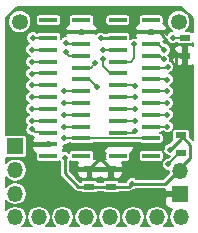
<source format=gbr>
G04 #@! TF.FileFunction,Copper,L4,Bot,Signal*
%FSLAX46Y46*%
G04 Gerber Fmt 4.6, Leading zero omitted, Abs format (unit mm)*
G04 Created by KiCad (PCBNEW 4.0.7) date 05/28/18 09:58:20*
%MOMM*%
%LPD*%
G01*
G04 APERTURE LIST*
%ADD10C,0.100000*%
%ADD11C,1.350000*%
%ADD12O,1.350000X1.350000*%
%ADD13R,1.350000X1.350000*%
%ADD14R,1.500000X0.400000*%
%ADD15R,0.900000X0.500000*%
%ADD16C,0.500000*%
%ADD17C,0.254000*%
%ADD18C,0.203200*%
%ADD19C,0.202000*%
G04 APERTURE END LIST*
D10*
D11*
X155194000Y-96393000D03*
D12*
X145344400Y-112935000D03*
X141344400Y-112935000D03*
X143344400Y-112935000D03*
X147344400Y-112935000D03*
X149344400Y-112935000D03*
X151344400Y-112935000D03*
X153344400Y-112935000D03*
X155344400Y-112935000D03*
D13*
X155321000Y-110972600D03*
D12*
X155321000Y-108972600D03*
D14*
X144158400Y-96256200D03*
X146958400Y-96256200D03*
X146958400Y-107756200D03*
X144158400Y-106756200D03*
X144158400Y-105756200D03*
X144158400Y-104756200D03*
X144158400Y-103756200D03*
X144158400Y-102756200D03*
X144158400Y-101756200D03*
X144158400Y-100756200D03*
X144158400Y-99756200D03*
X144158400Y-98756200D03*
X144158400Y-97756200D03*
X146958400Y-106256200D03*
X146958400Y-105256200D03*
X146958400Y-104256200D03*
X146958400Y-103256200D03*
X146958400Y-102256200D03*
X146958400Y-101256200D03*
X146958400Y-100256200D03*
X146958400Y-99256200D03*
X146958400Y-98256200D03*
X146958400Y-97256200D03*
X144158400Y-107756200D03*
X150051200Y-96256200D03*
X152851200Y-96256200D03*
X152851200Y-107756200D03*
X150051200Y-106756200D03*
X150051200Y-105756200D03*
X150051200Y-104756200D03*
X150051200Y-103756200D03*
X150051200Y-102756200D03*
X150051200Y-101756200D03*
X150051200Y-100756200D03*
X150051200Y-99756200D03*
X150051200Y-98756200D03*
X150051200Y-97756200D03*
X152851200Y-106256200D03*
X152851200Y-105256200D03*
X152851200Y-104256200D03*
X152851200Y-103256200D03*
X152851200Y-102256200D03*
X152851200Y-101256200D03*
X152851200Y-100256200D03*
X152851200Y-99256200D03*
X152851200Y-98256200D03*
X152851200Y-97256200D03*
X150051200Y-107756200D03*
D13*
X141351000Y-106934000D03*
D12*
X141351000Y-108934000D03*
X141351000Y-110934000D03*
D15*
X149453600Y-110351000D03*
X149453600Y-108851000D03*
X147624800Y-110351000D03*
X147624800Y-108851000D03*
X155371800Y-106006200D03*
X155371800Y-107506200D03*
D11*
X141732000Y-96393000D03*
D15*
X155702000Y-99238500D03*
X155702000Y-97738500D03*
D16*
X145542000Y-107873800D03*
X154457400Y-107213400D03*
X151257000Y-110109000D03*
X154940000Y-104775000D03*
X148539200Y-107950000D03*
X151485600Y-106832400D03*
X142748000Y-106756200D03*
X154686000Y-97726500D03*
X142849600Y-97739200D03*
X148590000Y-97790000D03*
X145516600Y-106248200D03*
X142773400Y-105460800D03*
X145516600Y-105257600D03*
X142748000Y-104749600D03*
X145491200Y-104241600D03*
X142748000Y-103759000D03*
X145491200Y-103276400D03*
X142748000Y-102768400D03*
X145516600Y-102260400D03*
X142748000Y-101752400D03*
X142748000Y-100761800D03*
X142748000Y-99771200D03*
X142748000Y-98729800D03*
X145643600Y-98958400D03*
X145643600Y-98171000D03*
X148132800Y-99898200D03*
X148259800Y-101904800D03*
X148742400Y-99491800D03*
X148742400Y-98729800D03*
X151434800Y-98298000D03*
X153974800Y-98755200D03*
X153924000Y-99568000D03*
X154254200Y-100203000D03*
X154228800Y-101269800D03*
X151511000Y-101854000D03*
X154228800Y-102260400D03*
X151511000Y-102768400D03*
X154228800Y-103251000D03*
X151511000Y-103759000D03*
X154228800Y-104241600D03*
X151511000Y-104749600D03*
X154228800Y-105257600D03*
X151511000Y-105664000D03*
X154305000Y-108458000D03*
D17*
X146673000Y-110351000D02*
X147624800Y-110351000D01*
X145542000Y-109220000D02*
X146673000Y-110351000D01*
X145542000Y-107873800D02*
X145542000Y-109220000D01*
D18*
X155321000Y-108972600D02*
X155321000Y-108737400D01*
D17*
X155321000Y-108737400D02*
X156159200Y-107899200D01*
X156159200Y-106793600D02*
X155371800Y-106006200D01*
X156159200Y-107899200D02*
X156159200Y-106793600D01*
X155371800Y-106299000D02*
X155371800Y-106006200D01*
X154457400Y-107213400D02*
X155371800Y-106299000D01*
D18*
X155117800Y-106121200D02*
X155117800Y-106006200D01*
D17*
X149453600Y-110351000D02*
X151015000Y-110351000D01*
X151015000Y-110351000D02*
X151257000Y-110109000D01*
X147624800Y-110351000D02*
X149453600Y-110351000D01*
X154000200Y-110109000D02*
X155136600Y-108972600D01*
X151257000Y-110109000D02*
X153543000Y-110109000D01*
X153543000Y-110109000D02*
X154000200Y-110109000D01*
D18*
X155136600Y-108972600D02*
X155321000Y-108972600D01*
X155702000Y-99238500D02*
X155118500Y-99238500D01*
X155118500Y-99238500D02*
X154940000Y-99060000D01*
D17*
X153593400Y-97256200D02*
X154940000Y-99060000D01*
X154940000Y-99060000D02*
X154940000Y-104775000D01*
X152851200Y-97256200D02*
X153593400Y-97256200D01*
X150051200Y-106756200D02*
X149174200Y-106756200D01*
X148539200Y-107391200D02*
X148539200Y-107950000D01*
X149174200Y-106756200D02*
X148539200Y-107391200D01*
D18*
X149453600Y-108851000D02*
X149440200Y-108851000D01*
D17*
X149440200Y-108851000D02*
X148539200Y-107950000D01*
D18*
X147624800Y-108851000D02*
X147638200Y-108851000D01*
D17*
X147638200Y-108851000D02*
X148539200Y-107950000D01*
D18*
X152851200Y-97256200D02*
X146958400Y-97256200D01*
X150051200Y-106756200D02*
X151409400Y-106756200D01*
X151409400Y-106756200D02*
X151485600Y-106832400D01*
X144158400Y-106756200D02*
X142748000Y-106756200D01*
X155702000Y-97738500D02*
X154698000Y-97738500D01*
X154698000Y-97738500D02*
X154686000Y-97726500D01*
X144158400Y-97756200D02*
X142866600Y-97756200D01*
X142866600Y-97756200D02*
X142849600Y-97739200D01*
D17*
X148623800Y-97756200D02*
X150051200Y-97756200D01*
D18*
X148590000Y-97790000D02*
X148623800Y-97756200D01*
X152851200Y-106256200D02*
X146958400Y-106256200D01*
X146958400Y-106256200D02*
X145524600Y-106256200D01*
X145524600Y-106256200D02*
X145516600Y-106248200D01*
X143052800Y-105740200D02*
X144142400Y-105740200D01*
X142773400Y-105460800D02*
X143052800Y-105740200D01*
X144142400Y-105740200D02*
X144158400Y-105756200D01*
X145518000Y-105256200D02*
X146958400Y-105256200D01*
X145516600Y-105257600D02*
X145518000Y-105256200D01*
X144158400Y-104756200D02*
X142754600Y-104756200D01*
X142754600Y-104756200D02*
X142748000Y-104749600D01*
X145505800Y-104256200D02*
X146958400Y-104256200D01*
X145491200Y-104241600D02*
X145505800Y-104256200D01*
X142750800Y-103756200D02*
X144158400Y-103756200D01*
X142748000Y-103759000D02*
X142750800Y-103756200D01*
X145511400Y-103256200D02*
X146958400Y-103256200D01*
X145491200Y-103276400D02*
X145511400Y-103256200D01*
X142760200Y-102756200D02*
X144158400Y-102756200D01*
X142748000Y-102768400D02*
X142760200Y-102756200D01*
X145520800Y-102256200D02*
X146958400Y-102256200D01*
X145516600Y-102260400D02*
X145520800Y-102256200D01*
X142751800Y-101756200D02*
X144158400Y-101756200D01*
X142748000Y-101752400D02*
X142751800Y-101756200D01*
X144158400Y-100756200D02*
X142753600Y-100756200D01*
X142753600Y-100756200D02*
X142748000Y-100761800D01*
X142763000Y-99756200D02*
X144158400Y-99756200D01*
X142748000Y-99771200D02*
X142763000Y-99756200D01*
X142774400Y-98756200D02*
X144158400Y-98756200D01*
X142748000Y-98729800D02*
X142774400Y-98756200D01*
X145941400Y-99256200D02*
X146958400Y-99256200D01*
X145643600Y-98958400D02*
X145941400Y-99256200D01*
X145728800Y-98256200D02*
X146958400Y-98256200D01*
X145643600Y-98171000D02*
X145728800Y-98256200D01*
X146958400Y-100256200D02*
X147774800Y-100256200D01*
X147774800Y-100256200D02*
X148132800Y-99898200D01*
X148259800Y-101904800D02*
X147611200Y-101256200D01*
X147611200Y-101256200D02*
X146958400Y-101256200D01*
X148742400Y-100152200D02*
X149346400Y-100756200D01*
X148742400Y-99491800D02*
X148742400Y-100152200D01*
X149346400Y-100756200D02*
X150051200Y-100756200D01*
X148768800Y-98756200D02*
X150051200Y-98756200D01*
X148742400Y-98729800D02*
X148768800Y-98756200D01*
X151145000Y-99756200D02*
X150051200Y-99756200D01*
X151434800Y-99466400D02*
X151145000Y-99756200D01*
X151434800Y-98298000D02*
X151434800Y-99466400D01*
X153974800Y-98755200D02*
X153475800Y-98256200D01*
X153475800Y-98256200D02*
X152851200Y-98256200D01*
X153612200Y-99256200D02*
X152851200Y-99256200D01*
X153924000Y-99568000D02*
X153612200Y-99256200D01*
X154201000Y-100256200D02*
X152851200Y-100256200D01*
X154254200Y-100203000D02*
X154201000Y-100256200D01*
X152851200Y-101256200D02*
X154215200Y-101256200D01*
X154215200Y-101256200D02*
X154228800Y-101269800D01*
X151413200Y-101756200D02*
X150051200Y-101756200D01*
X151511000Y-101854000D02*
X151413200Y-101756200D01*
X154224600Y-102256200D02*
X152851200Y-102256200D01*
X154228800Y-102260400D02*
X154224600Y-102256200D01*
X151498800Y-102756200D02*
X150051200Y-102756200D01*
X151511000Y-102768400D02*
X151498800Y-102756200D01*
X154223600Y-103256200D02*
X152851200Y-103256200D01*
X154228800Y-103251000D02*
X154223600Y-103256200D01*
X151508200Y-103756200D02*
X150051200Y-103756200D01*
X151511000Y-103759000D02*
X151508200Y-103756200D01*
X154214200Y-104256200D02*
X152851200Y-104256200D01*
X154228800Y-104241600D02*
X154214200Y-104256200D01*
X151504400Y-104756200D02*
X150051200Y-104756200D01*
X151511000Y-104749600D02*
X151504400Y-104756200D01*
X154227400Y-105256200D02*
X152851200Y-105256200D01*
X154228800Y-105257600D02*
X154227400Y-105256200D01*
X150051200Y-105756200D02*
X151418800Y-105756200D01*
X151418800Y-105756200D02*
X151511000Y-105664000D01*
X155371800Y-107506200D02*
X155256800Y-107506200D01*
X155256800Y-107506200D02*
X154305000Y-108458000D01*
D19*
G36*
X156363000Y-96053836D02*
X156363000Y-97265949D01*
X156272193Y-97203904D01*
X156152000Y-97179564D01*
X155790371Y-97179564D01*
X156022624Y-96947716D01*
X156171830Y-96588390D01*
X156172169Y-96199317D01*
X156023591Y-95839731D01*
X155748716Y-95564376D01*
X155389390Y-95415170D01*
X155000317Y-95414831D01*
X154640731Y-95563409D01*
X154365376Y-95838284D01*
X154216170Y-96197610D01*
X154215831Y-96586683D01*
X154364409Y-96946269D01*
X154591161Y-97173417D01*
X154576484Y-97173404D01*
X154373160Y-97257416D01*
X154217463Y-97412842D01*
X154187280Y-97485530D01*
X154057950Y-97356200D01*
X153004200Y-97356200D01*
X153004200Y-97429200D01*
X152698200Y-97429200D01*
X152698200Y-97356200D01*
X151644450Y-97356200D01*
X151492200Y-97508450D01*
X151492200Y-97577338D01*
X151565096Y-97753324D01*
X151545281Y-97745096D01*
X151325284Y-97744904D01*
X151121960Y-97828916D01*
X151110136Y-97840719D01*
X151110136Y-97556200D01*
X151089008Y-97443915D01*
X151022648Y-97340788D01*
X150921393Y-97271604D01*
X150801200Y-97247264D01*
X149301200Y-97247264D01*
X149188915Y-97268392D01*
X149099078Y-97326200D01*
X148908387Y-97326200D01*
X148903658Y-97321463D01*
X148700481Y-97237096D01*
X148480484Y-97236904D01*
X148277160Y-97320916D01*
X148203449Y-97394499D01*
X148165150Y-97356200D01*
X147111400Y-97356200D01*
X147111400Y-97429200D01*
X146805400Y-97429200D01*
X146805400Y-97356200D01*
X145751650Y-97356200D01*
X145599400Y-97508450D01*
X145599400Y-97577338D01*
X145616233Y-97617976D01*
X145534084Y-97617904D01*
X145330760Y-97701916D01*
X145217336Y-97815143D01*
X145217336Y-97556200D01*
X145196208Y-97443915D01*
X145129848Y-97340788D01*
X145028593Y-97271604D01*
X144908400Y-97247264D01*
X143408400Y-97247264D01*
X143296115Y-97268392D01*
X143213841Y-97321334D01*
X143163258Y-97270663D01*
X142960081Y-97186296D01*
X142740084Y-97186104D01*
X142536760Y-97270116D01*
X142381063Y-97425542D01*
X142296696Y-97628719D01*
X142296504Y-97848716D01*
X142380516Y-98052040D01*
X142535942Y-98207737D01*
X142549626Y-98213419D01*
X142435160Y-98260716D01*
X142279463Y-98416142D01*
X142195096Y-98619319D01*
X142194904Y-98839316D01*
X142278916Y-99042640D01*
X142434342Y-99198337D01*
X142560022Y-99250524D01*
X142435160Y-99302116D01*
X142279463Y-99457542D01*
X142195096Y-99660719D01*
X142194904Y-99880716D01*
X142278916Y-100084040D01*
X142434342Y-100239737D01*
X142498701Y-100266461D01*
X142435160Y-100292716D01*
X142279463Y-100448142D01*
X142195096Y-100651319D01*
X142194904Y-100871316D01*
X142278916Y-101074640D01*
X142434342Y-101230337D01*
X142498701Y-101257061D01*
X142435160Y-101283316D01*
X142279463Y-101438742D01*
X142195096Y-101641919D01*
X142194904Y-101861916D01*
X142278916Y-102065240D01*
X142434342Y-102220937D01*
X142529361Y-102260393D01*
X142435160Y-102299316D01*
X142279463Y-102454742D01*
X142195096Y-102657919D01*
X142194904Y-102877916D01*
X142278916Y-103081240D01*
X142434342Y-103236937D01*
X142498701Y-103263661D01*
X142435160Y-103289916D01*
X142279463Y-103445342D01*
X142195096Y-103648519D01*
X142194904Y-103868516D01*
X142278916Y-104071840D01*
X142434342Y-104227537D01*
X142498701Y-104254261D01*
X142435160Y-104280516D01*
X142279463Y-104435942D01*
X142195096Y-104639119D01*
X142194904Y-104859116D01*
X142278916Y-105062440D01*
X142334218Y-105117838D01*
X142304863Y-105147142D01*
X142220496Y-105350319D01*
X142220304Y-105570316D01*
X142304316Y-105773640D01*
X142459742Y-105929337D01*
X142662919Y-106013704D01*
X142754193Y-106013784D01*
X142766704Y-106026295D01*
X142867082Y-106093366D01*
X142897966Y-106114002D01*
X142974182Y-106129162D01*
X142892115Y-106211229D01*
X142799400Y-106435062D01*
X142799400Y-106503950D01*
X142951650Y-106656200D01*
X144005400Y-106656200D01*
X144005400Y-106583200D01*
X144311400Y-106583200D01*
X144311400Y-106656200D01*
X144331400Y-106656200D01*
X144331400Y-106856200D01*
X144311400Y-106856200D01*
X144311400Y-106929200D01*
X144005400Y-106929200D01*
X144005400Y-106856200D01*
X142951650Y-106856200D01*
X142799400Y-107008450D01*
X142799400Y-107077338D01*
X142892115Y-107301171D01*
X143063429Y-107472486D01*
X143112316Y-107492735D01*
X143099464Y-107556200D01*
X143099464Y-107956200D01*
X143120592Y-108068485D01*
X143186952Y-108171612D01*
X143288207Y-108240796D01*
X143408400Y-108265136D01*
X144908400Y-108265136D01*
X145020685Y-108244008D01*
X145087357Y-108201106D01*
X145112000Y-108225792D01*
X145112000Y-109220000D01*
X145144732Y-109384554D01*
X145237944Y-109524056D01*
X146368944Y-110655056D01*
X146508446Y-110748268D01*
X146673000Y-110781000D01*
X146930565Y-110781000D01*
X146953352Y-110816412D01*
X147054607Y-110885596D01*
X147174800Y-110909936D01*
X148074800Y-110909936D01*
X148187085Y-110888808D01*
X148290212Y-110822448D01*
X148318532Y-110781000D01*
X148759365Y-110781000D01*
X148782152Y-110816412D01*
X148883407Y-110885596D01*
X149003600Y-110909936D01*
X149903600Y-110909936D01*
X150015885Y-110888808D01*
X150119012Y-110822448D01*
X150147332Y-110781000D01*
X151015000Y-110781000D01*
X151179554Y-110748268D01*
X151308596Y-110662045D01*
X151366516Y-110662096D01*
X151569840Y-110578084D01*
X151608992Y-110539000D01*
X154000200Y-110539000D01*
X154037000Y-110531680D01*
X154037000Y-110667350D01*
X154189250Y-110819600D01*
X155168000Y-110819600D01*
X155168000Y-110799600D01*
X155474000Y-110799600D01*
X155474000Y-110819600D01*
X155494000Y-110819600D01*
X155494000Y-111125600D01*
X155474000Y-111125600D01*
X155474000Y-111145600D01*
X155168000Y-111145600D01*
X155168000Y-111125600D01*
X154189250Y-111125600D01*
X154037000Y-111277850D01*
X154037000Y-111768737D01*
X154129714Y-111992571D01*
X154301029Y-112163885D01*
X154524862Y-112256600D01*
X154624903Y-112256600D01*
X154421686Y-112560736D01*
X154347240Y-112935000D01*
X154421686Y-113309264D01*
X154633690Y-113626550D01*
X154730146Y-113691000D01*
X153958654Y-113691000D01*
X154055110Y-113626550D01*
X154267114Y-113309264D01*
X154341560Y-112935000D01*
X154267114Y-112560736D01*
X154055110Y-112243450D01*
X153737824Y-112031446D01*
X153363560Y-111957000D01*
X153325240Y-111957000D01*
X152950976Y-112031446D01*
X152633690Y-112243450D01*
X152421686Y-112560736D01*
X152347240Y-112935000D01*
X152421686Y-113309264D01*
X152633690Y-113626550D01*
X152730146Y-113691000D01*
X151958654Y-113691000D01*
X152055110Y-113626550D01*
X152267114Y-113309264D01*
X152341560Y-112935000D01*
X152267114Y-112560736D01*
X152055110Y-112243450D01*
X151737824Y-112031446D01*
X151363560Y-111957000D01*
X151325240Y-111957000D01*
X150950976Y-112031446D01*
X150633690Y-112243450D01*
X150421686Y-112560736D01*
X150347240Y-112935000D01*
X150421686Y-113309264D01*
X150633690Y-113626550D01*
X150730146Y-113691000D01*
X149958654Y-113691000D01*
X150055110Y-113626550D01*
X150267114Y-113309264D01*
X150341560Y-112935000D01*
X150267114Y-112560736D01*
X150055110Y-112243450D01*
X149737824Y-112031446D01*
X149363560Y-111957000D01*
X149325240Y-111957000D01*
X148950976Y-112031446D01*
X148633690Y-112243450D01*
X148421686Y-112560736D01*
X148347240Y-112935000D01*
X148421686Y-113309264D01*
X148633690Y-113626550D01*
X148730146Y-113691000D01*
X147958654Y-113691000D01*
X148055110Y-113626550D01*
X148267114Y-113309264D01*
X148341560Y-112935000D01*
X148267114Y-112560736D01*
X148055110Y-112243450D01*
X147737824Y-112031446D01*
X147363560Y-111957000D01*
X147325240Y-111957000D01*
X146950976Y-112031446D01*
X146633690Y-112243450D01*
X146421686Y-112560736D01*
X146347240Y-112935000D01*
X146421686Y-113309264D01*
X146633690Y-113626550D01*
X146730146Y-113691000D01*
X145958654Y-113691000D01*
X146055110Y-113626550D01*
X146267114Y-113309264D01*
X146341560Y-112935000D01*
X146267114Y-112560736D01*
X146055110Y-112243450D01*
X145737824Y-112031446D01*
X145363560Y-111957000D01*
X145325240Y-111957000D01*
X144950976Y-112031446D01*
X144633690Y-112243450D01*
X144421686Y-112560736D01*
X144347240Y-112935000D01*
X144421686Y-113309264D01*
X144633690Y-113626550D01*
X144730146Y-113691000D01*
X143958654Y-113691000D01*
X144055110Y-113626550D01*
X144267114Y-113309264D01*
X144341560Y-112935000D01*
X144267114Y-112560736D01*
X144055110Y-112243450D01*
X143737824Y-112031446D01*
X143363560Y-111957000D01*
X143325240Y-111957000D01*
X142950976Y-112031446D01*
X142633690Y-112243450D01*
X142421686Y-112560736D01*
X142347240Y-112935000D01*
X142421686Y-113309264D01*
X142633690Y-113626550D01*
X142730146Y-113691000D01*
X141958654Y-113691000D01*
X142055110Y-113626550D01*
X142267114Y-113309264D01*
X142341560Y-112935000D01*
X142267114Y-112560736D01*
X142055110Y-112243450D01*
X141737824Y-112031446D01*
X141363560Y-111957000D01*
X141325240Y-111957000D01*
X140950976Y-112031446D01*
X140633690Y-112243450D01*
X140563000Y-112349245D01*
X140563000Y-111509877D01*
X140640290Y-111625550D01*
X140957576Y-111837554D01*
X141331840Y-111912000D01*
X141370160Y-111912000D01*
X141744424Y-111837554D01*
X142061710Y-111625550D01*
X142273714Y-111308264D01*
X142348160Y-110934000D01*
X142273714Y-110559736D01*
X142061710Y-110242450D01*
X141744424Y-110030446D01*
X141370160Y-109956000D01*
X141331840Y-109956000D01*
X140957576Y-110030446D01*
X140640290Y-110242450D01*
X140563000Y-110358123D01*
X140563000Y-109509877D01*
X140640290Y-109625550D01*
X140957576Y-109837554D01*
X141331840Y-109912000D01*
X141370160Y-109912000D01*
X141744424Y-109837554D01*
X142061710Y-109625550D01*
X142273714Y-109308264D01*
X142348160Y-108934000D01*
X142273714Y-108559736D01*
X142061710Y-108242450D01*
X141744424Y-108030446D01*
X141370160Y-107956000D01*
X141331840Y-107956000D01*
X140957576Y-108030446D01*
X140640290Y-108242450D01*
X140563000Y-108358123D01*
X140563000Y-107895053D01*
X140676000Y-107917936D01*
X142026000Y-107917936D01*
X142138285Y-107896808D01*
X142241412Y-107830448D01*
X142310596Y-107729193D01*
X142334936Y-107609000D01*
X142334936Y-106259000D01*
X142313808Y-106146715D01*
X142247448Y-106043588D01*
X142146193Y-105974404D01*
X142026000Y-105950064D01*
X140676000Y-105950064D01*
X140563715Y-105971192D01*
X140563000Y-105971652D01*
X140563000Y-96586683D01*
X140753831Y-96586683D01*
X140902409Y-96946269D01*
X141177284Y-97221624D01*
X141536610Y-97370830D01*
X141925683Y-97371169D01*
X142285269Y-97222591D01*
X142560624Y-96947716D01*
X142565878Y-96935062D01*
X145599400Y-96935062D01*
X145599400Y-97003950D01*
X145751650Y-97156200D01*
X146805400Y-97156200D01*
X146805400Y-97083200D01*
X147111400Y-97083200D01*
X147111400Y-97156200D01*
X148165150Y-97156200D01*
X148317400Y-97003950D01*
X148317400Y-96935062D01*
X151492200Y-96935062D01*
X151492200Y-97003950D01*
X151644450Y-97156200D01*
X152698200Y-97156200D01*
X152698200Y-97083200D01*
X153004200Y-97083200D01*
X153004200Y-97156200D01*
X154057950Y-97156200D01*
X154210200Y-97003950D01*
X154210200Y-96935062D01*
X154117485Y-96711229D01*
X153946171Y-96539914D01*
X153897284Y-96519665D01*
X153910136Y-96456200D01*
X153910136Y-96056200D01*
X153889008Y-95943915D01*
X153822648Y-95840788D01*
X153721393Y-95771604D01*
X153601200Y-95747264D01*
X152101200Y-95747264D01*
X151988915Y-95768392D01*
X151885788Y-95834752D01*
X151816604Y-95936007D01*
X151792264Y-96056200D01*
X151792264Y-96456200D01*
X151804272Y-96520014D01*
X151756229Y-96539914D01*
X151584915Y-96711229D01*
X151492200Y-96935062D01*
X148317400Y-96935062D01*
X148224685Y-96711229D01*
X148053371Y-96539914D01*
X148004484Y-96519665D01*
X148017336Y-96456200D01*
X148017336Y-96056200D01*
X148992264Y-96056200D01*
X148992264Y-96456200D01*
X149013392Y-96568485D01*
X149079752Y-96671612D01*
X149181007Y-96740796D01*
X149301200Y-96765136D01*
X150801200Y-96765136D01*
X150913485Y-96744008D01*
X151016612Y-96677648D01*
X151085796Y-96576393D01*
X151110136Y-96456200D01*
X151110136Y-96056200D01*
X151089008Y-95943915D01*
X151022648Y-95840788D01*
X150921393Y-95771604D01*
X150801200Y-95747264D01*
X149301200Y-95747264D01*
X149188915Y-95768392D01*
X149085788Y-95834752D01*
X149016604Y-95936007D01*
X148992264Y-96056200D01*
X148017336Y-96056200D01*
X147996208Y-95943915D01*
X147929848Y-95840788D01*
X147828593Y-95771604D01*
X147708400Y-95747264D01*
X146208400Y-95747264D01*
X146096115Y-95768392D01*
X145992988Y-95834752D01*
X145923804Y-95936007D01*
X145899464Y-96056200D01*
X145899464Y-96456200D01*
X145911472Y-96520014D01*
X145863429Y-96539914D01*
X145692115Y-96711229D01*
X145599400Y-96935062D01*
X142565878Y-96935062D01*
X142709830Y-96588390D01*
X142710169Y-96199317D01*
X142651035Y-96056200D01*
X143099464Y-96056200D01*
X143099464Y-96456200D01*
X143120592Y-96568485D01*
X143186952Y-96671612D01*
X143288207Y-96740796D01*
X143408400Y-96765136D01*
X144908400Y-96765136D01*
X145020685Y-96744008D01*
X145123812Y-96677648D01*
X145192996Y-96576393D01*
X145217336Y-96456200D01*
X145217336Y-96056200D01*
X145196208Y-95943915D01*
X145129848Y-95840788D01*
X145028593Y-95771604D01*
X144908400Y-95747264D01*
X143408400Y-95747264D01*
X143296115Y-95768392D01*
X143192988Y-95834752D01*
X143123804Y-95936007D01*
X143099464Y-96056200D01*
X142651035Y-96056200D01*
X142561591Y-95839731D01*
X142286716Y-95564376D01*
X141927390Y-95415170D01*
X141538317Y-95414831D01*
X141178731Y-95563409D01*
X140903376Y-95838284D01*
X140754170Y-96197610D01*
X140753831Y-96586683D01*
X140563000Y-96586683D01*
X140563000Y-96053836D01*
X141519836Y-95097000D01*
X155406164Y-95097000D01*
X156363000Y-96053836D01*
X156363000Y-96053836D01*
G37*
X156363000Y-96053836D02*
X156363000Y-97265949D01*
X156272193Y-97203904D01*
X156152000Y-97179564D01*
X155790371Y-97179564D01*
X156022624Y-96947716D01*
X156171830Y-96588390D01*
X156172169Y-96199317D01*
X156023591Y-95839731D01*
X155748716Y-95564376D01*
X155389390Y-95415170D01*
X155000317Y-95414831D01*
X154640731Y-95563409D01*
X154365376Y-95838284D01*
X154216170Y-96197610D01*
X154215831Y-96586683D01*
X154364409Y-96946269D01*
X154591161Y-97173417D01*
X154576484Y-97173404D01*
X154373160Y-97257416D01*
X154217463Y-97412842D01*
X154187280Y-97485530D01*
X154057950Y-97356200D01*
X153004200Y-97356200D01*
X153004200Y-97429200D01*
X152698200Y-97429200D01*
X152698200Y-97356200D01*
X151644450Y-97356200D01*
X151492200Y-97508450D01*
X151492200Y-97577338D01*
X151565096Y-97753324D01*
X151545281Y-97745096D01*
X151325284Y-97744904D01*
X151121960Y-97828916D01*
X151110136Y-97840719D01*
X151110136Y-97556200D01*
X151089008Y-97443915D01*
X151022648Y-97340788D01*
X150921393Y-97271604D01*
X150801200Y-97247264D01*
X149301200Y-97247264D01*
X149188915Y-97268392D01*
X149099078Y-97326200D01*
X148908387Y-97326200D01*
X148903658Y-97321463D01*
X148700481Y-97237096D01*
X148480484Y-97236904D01*
X148277160Y-97320916D01*
X148203449Y-97394499D01*
X148165150Y-97356200D01*
X147111400Y-97356200D01*
X147111400Y-97429200D01*
X146805400Y-97429200D01*
X146805400Y-97356200D01*
X145751650Y-97356200D01*
X145599400Y-97508450D01*
X145599400Y-97577338D01*
X145616233Y-97617976D01*
X145534084Y-97617904D01*
X145330760Y-97701916D01*
X145217336Y-97815143D01*
X145217336Y-97556200D01*
X145196208Y-97443915D01*
X145129848Y-97340788D01*
X145028593Y-97271604D01*
X144908400Y-97247264D01*
X143408400Y-97247264D01*
X143296115Y-97268392D01*
X143213841Y-97321334D01*
X143163258Y-97270663D01*
X142960081Y-97186296D01*
X142740084Y-97186104D01*
X142536760Y-97270116D01*
X142381063Y-97425542D01*
X142296696Y-97628719D01*
X142296504Y-97848716D01*
X142380516Y-98052040D01*
X142535942Y-98207737D01*
X142549626Y-98213419D01*
X142435160Y-98260716D01*
X142279463Y-98416142D01*
X142195096Y-98619319D01*
X142194904Y-98839316D01*
X142278916Y-99042640D01*
X142434342Y-99198337D01*
X142560022Y-99250524D01*
X142435160Y-99302116D01*
X142279463Y-99457542D01*
X142195096Y-99660719D01*
X142194904Y-99880716D01*
X142278916Y-100084040D01*
X142434342Y-100239737D01*
X142498701Y-100266461D01*
X142435160Y-100292716D01*
X142279463Y-100448142D01*
X142195096Y-100651319D01*
X142194904Y-100871316D01*
X142278916Y-101074640D01*
X142434342Y-101230337D01*
X142498701Y-101257061D01*
X142435160Y-101283316D01*
X142279463Y-101438742D01*
X142195096Y-101641919D01*
X142194904Y-101861916D01*
X142278916Y-102065240D01*
X142434342Y-102220937D01*
X142529361Y-102260393D01*
X142435160Y-102299316D01*
X142279463Y-102454742D01*
X142195096Y-102657919D01*
X142194904Y-102877916D01*
X142278916Y-103081240D01*
X142434342Y-103236937D01*
X142498701Y-103263661D01*
X142435160Y-103289916D01*
X142279463Y-103445342D01*
X142195096Y-103648519D01*
X142194904Y-103868516D01*
X142278916Y-104071840D01*
X142434342Y-104227537D01*
X142498701Y-104254261D01*
X142435160Y-104280516D01*
X142279463Y-104435942D01*
X142195096Y-104639119D01*
X142194904Y-104859116D01*
X142278916Y-105062440D01*
X142334218Y-105117838D01*
X142304863Y-105147142D01*
X142220496Y-105350319D01*
X142220304Y-105570316D01*
X142304316Y-105773640D01*
X142459742Y-105929337D01*
X142662919Y-106013704D01*
X142754193Y-106013784D01*
X142766704Y-106026295D01*
X142867082Y-106093366D01*
X142897966Y-106114002D01*
X142974182Y-106129162D01*
X142892115Y-106211229D01*
X142799400Y-106435062D01*
X142799400Y-106503950D01*
X142951650Y-106656200D01*
X144005400Y-106656200D01*
X144005400Y-106583200D01*
X144311400Y-106583200D01*
X144311400Y-106656200D01*
X144331400Y-106656200D01*
X144331400Y-106856200D01*
X144311400Y-106856200D01*
X144311400Y-106929200D01*
X144005400Y-106929200D01*
X144005400Y-106856200D01*
X142951650Y-106856200D01*
X142799400Y-107008450D01*
X142799400Y-107077338D01*
X142892115Y-107301171D01*
X143063429Y-107472486D01*
X143112316Y-107492735D01*
X143099464Y-107556200D01*
X143099464Y-107956200D01*
X143120592Y-108068485D01*
X143186952Y-108171612D01*
X143288207Y-108240796D01*
X143408400Y-108265136D01*
X144908400Y-108265136D01*
X145020685Y-108244008D01*
X145087357Y-108201106D01*
X145112000Y-108225792D01*
X145112000Y-109220000D01*
X145144732Y-109384554D01*
X145237944Y-109524056D01*
X146368944Y-110655056D01*
X146508446Y-110748268D01*
X146673000Y-110781000D01*
X146930565Y-110781000D01*
X146953352Y-110816412D01*
X147054607Y-110885596D01*
X147174800Y-110909936D01*
X148074800Y-110909936D01*
X148187085Y-110888808D01*
X148290212Y-110822448D01*
X148318532Y-110781000D01*
X148759365Y-110781000D01*
X148782152Y-110816412D01*
X148883407Y-110885596D01*
X149003600Y-110909936D01*
X149903600Y-110909936D01*
X150015885Y-110888808D01*
X150119012Y-110822448D01*
X150147332Y-110781000D01*
X151015000Y-110781000D01*
X151179554Y-110748268D01*
X151308596Y-110662045D01*
X151366516Y-110662096D01*
X151569840Y-110578084D01*
X151608992Y-110539000D01*
X154000200Y-110539000D01*
X154037000Y-110531680D01*
X154037000Y-110667350D01*
X154189250Y-110819600D01*
X155168000Y-110819600D01*
X155168000Y-110799600D01*
X155474000Y-110799600D01*
X155474000Y-110819600D01*
X155494000Y-110819600D01*
X155494000Y-111125600D01*
X155474000Y-111125600D01*
X155474000Y-111145600D01*
X155168000Y-111145600D01*
X155168000Y-111125600D01*
X154189250Y-111125600D01*
X154037000Y-111277850D01*
X154037000Y-111768737D01*
X154129714Y-111992571D01*
X154301029Y-112163885D01*
X154524862Y-112256600D01*
X154624903Y-112256600D01*
X154421686Y-112560736D01*
X154347240Y-112935000D01*
X154421686Y-113309264D01*
X154633690Y-113626550D01*
X154730146Y-113691000D01*
X153958654Y-113691000D01*
X154055110Y-113626550D01*
X154267114Y-113309264D01*
X154341560Y-112935000D01*
X154267114Y-112560736D01*
X154055110Y-112243450D01*
X153737824Y-112031446D01*
X153363560Y-111957000D01*
X153325240Y-111957000D01*
X152950976Y-112031446D01*
X152633690Y-112243450D01*
X152421686Y-112560736D01*
X152347240Y-112935000D01*
X152421686Y-113309264D01*
X152633690Y-113626550D01*
X152730146Y-113691000D01*
X151958654Y-113691000D01*
X152055110Y-113626550D01*
X152267114Y-113309264D01*
X152341560Y-112935000D01*
X152267114Y-112560736D01*
X152055110Y-112243450D01*
X151737824Y-112031446D01*
X151363560Y-111957000D01*
X151325240Y-111957000D01*
X150950976Y-112031446D01*
X150633690Y-112243450D01*
X150421686Y-112560736D01*
X150347240Y-112935000D01*
X150421686Y-113309264D01*
X150633690Y-113626550D01*
X150730146Y-113691000D01*
X149958654Y-113691000D01*
X150055110Y-113626550D01*
X150267114Y-113309264D01*
X150341560Y-112935000D01*
X150267114Y-112560736D01*
X150055110Y-112243450D01*
X149737824Y-112031446D01*
X149363560Y-111957000D01*
X149325240Y-111957000D01*
X148950976Y-112031446D01*
X148633690Y-112243450D01*
X148421686Y-112560736D01*
X148347240Y-112935000D01*
X148421686Y-113309264D01*
X148633690Y-113626550D01*
X148730146Y-113691000D01*
X147958654Y-113691000D01*
X148055110Y-113626550D01*
X148267114Y-113309264D01*
X148341560Y-112935000D01*
X148267114Y-112560736D01*
X148055110Y-112243450D01*
X147737824Y-112031446D01*
X147363560Y-111957000D01*
X147325240Y-111957000D01*
X146950976Y-112031446D01*
X146633690Y-112243450D01*
X146421686Y-112560736D01*
X146347240Y-112935000D01*
X146421686Y-113309264D01*
X146633690Y-113626550D01*
X146730146Y-113691000D01*
X145958654Y-113691000D01*
X146055110Y-113626550D01*
X146267114Y-113309264D01*
X146341560Y-112935000D01*
X146267114Y-112560736D01*
X146055110Y-112243450D01*
X145737824Y-112031446D01*
X145363560Y-111957000D01*
X145325240Y-111957000D01*
X144950976Y-112031446D01*
X144633690Y-112243450D01*
X144421686Y-112560736D01*
X144347240Y-112935000D01*
X144421686Y-113309264D01*
X144633690Y-113626550D01*
X144730146Y-113691000D01*
X143958654Y-113691000D01*
X144055110Y-113626550D01*
X144267114Y-113309264D01*
X144341560Y-112935000D01*
X144267114Y-112560736D01*
X144055110Y-112243450D01*
X143737824Y-112031446D01*
X143363560Y-111957000D01*
X143325240Y-111957000D01*
X142950976Y-112031446D01*
X142633690Y-112243450D01*
X142421686Y-112560736D01*
X142347240Y-112935000D01*
X142421686Y-113309264D01*
X142633690Y-113626550D01*
X142730146Y-113691000D01*
X141958654Y-113691000D01*
X142055110Y-113626550D01*
X142267114Y-113309264D01*
X142341560Y-112935000D01*
X142267114Y-112560736D01*
X142055110Y-112243450D01*
X141737824Y-112031446D01*
X141363560Y-111957000D01*
X141325240Y-111957000D01*
X140950976Y-112031446D01*
X140633690Y-112243450D01*
X140563000Y-112349245D01*
X140563000Y-111509877D01*
X140640290Y-111625550D01*
X140957576Y-111837554D01*
X141331840Y-111912000D01*
X141370160Y-111912000D01*
X141744424Y-111837554D01*
X142061710Y-111625550D01*
X142273714Y-111308264D01*
X142348160Y-110934000D01*
X142273714Y-110559736D01*
X142061710Y-110242450D01*
X141744424Y-110030446D01*
X141370160Y-109956000D01*
X141331840Y-109956000D01*
X140957576Y-110030446D01*
X140640290Y-110242450D01*
X140563000Y-110358123D01*
X140563000Y-109509877D01*
X140640290Y-109625550D01*
X140957576Y-109837554D01*
X141331840Y-109912000D01*
X141370160Y-109912000D01*
X141744424Y-109837554D01*
X142061710Y-109625550D01*
X142273714Y-109308264D01*
X142348160Y-108934000D01*
X142273714Y-108559736D01*
X142061710Y-108242450D01*
X141744424Y-108030446D01*
X141370160Y-107956000D01*
X141331840Y-107956000D01*
X140957576Y-108030446D01*
X140640290Y-108242450D01*
X140563000Y-108358123D01*
X140563000Y-107895053D01*
X140676000Y-107917936D01*
X142026000Y-107917936D01*
X142138285Y-107896808D01*
X142241412Y-107830448D01*
X142310596Y-107729193D01*
X142334936Y-107609000D01*
X142334936Y-106259000D01*
X142313808Y-106146715D01*
X142247448Y-106043588D01*
X142146193Y-105974404D01*
X142026000Y-105950064D01*
X140676000Y-105950064D01*
X140563715Y-105971192D01*
X140563000Y-105971652D01*
X140563000Y-96586683D01*
X140753831Y-96586683D01*
X140902409Y-96946269D01*
X141177284Y-97221624D01*
X141536610Y-97370830D01*
X141925683Y-97371169D01*
X142285269Y-97222591D01*
X142560624Y-96947716D01*
X142565878Y-96935062D01*
X145599400Y-96935062D01*
X145599400Y-97003950D01*
X145751650Y-97156200D01*
X146805400Y-97156200D01*
X146805400Y-97083200D01*
X147111400Y-97083200D01*
X147111400Y-97156200D01*
X148165150Y-97156200D01*
X148317400Y-97003950D01*
X148317400Y-96935062D01*
X151492200Y-96935062D01*
X151492200Y-97003950D01*
X151644450Y-97156200D01*
X152698200Y-97156200D01*
X152698200Y-97083200D01*
X153004200Y-97083200D01*
X153004200Y-97156200D01*
X154057950Y-97156200D01*
X154210200Y-97003950D01*
X154210200Y-96935062D01*
X154117485Y-96711229D01*
X153946171Y-96539914D01*
X153897284Y-96519665D01*
X153910136Y-96456200D01*
X153910136Y-96056200D01*
X153889008Y-95943915D01*
X153822648Y-95840788D01*
X153721393Y-95771604D01*
X153601200Y-95747264D01*
X152101200Y-95747264D01*
X151988915Y-95768392D01*
X151885788Y-95834752D01*
X151816604Y-95936007D01*
X151792264Y-96056200D01*
X151792264Y-96456200D01*
X151804272Y-96520014D01*
X151756229Y-96539914D01*
X151584915Y-96711229D01*
X151492200Y-96935062D01*
X148317400Y-96935062D01*
X148224685Y-96711229D01*
X148053371Y-96539914D01*
X148004484Y-96519665D01*
X148017336Y-96456200D01*
X148017336Y-96056200D01*
X148992264Y-96056200D01*
X148992264Y-96456200D01*
X149013392Y-96568485D01*
X149079752Y-96671612D01*
X149181007Y-96740796D01*
X149301200Y-96765136D01*
X150801200Y-96765136D01*
X150913485Y-96744008D01*
X151016612Y-96677648D01*
X151085796Y-96576393D01*
X151110136Y-96456200D01*
X151110136Y-96056200D01*
X151089008Y-95943915D01*
X151022648Y-95840788D01*
X150921393Y-95771604D01*
X150801200Y-95747264D01*
X149301200Y-95747264D01*
X149188915Y-95768392D01*
X149085788Y-95834752D01*
X149016604Y-95936007D01*
X148992264Y-96056200D01*
X148017336Y-96056200D01*
X147996208Y-95943915D01*
X147929848Y-95840788D01*
X147828593Y-95771604D01*
X147708400Y-95747264D01*
X146208400Y-95747264D01*
X146096115Y-95768392D01*
X145992988Y-95834752D01*
X145923804Y-95936007D01*
X145899464Y-96056200D01*
X145899464Y-96456200D01*
X145911472Y-96520014D01*
X145863429Y-96539914D01*
X145692115Y-96711229D01*
X145599400Y-96935062D01*
X142565878Y-96935062D01*
X142709830Y-96588390D01*
X142710169Y-96199317D01*
X142651035Y-96056200D01*
X143099464Y-96056200D01*
X143099464Y-96456200D01*
X143120592Y-96568485D01*
X143186952Y-96671612D01*
X143288207Y-96740796D01*
X143408400Y-96765136D01*
X144908400Y-96765136D01*
X145020685Y-96744008D01*
X145123812Y-96677648D01*
X145192996Y-96576393D01*
X145217336Y-96456200D01*
X145217336Y-96056200D01*
X145196208Y-95943915D01*
X145129848Y-95840788D01*
X145028593Y-95771604D01*
X144908400Y-95747264D01*
X143408400Y-95747264D01*
X143296115Y-95768392D01*
X143192988Y-95834752D01*
X143123804Y-95936007D01*
X143099464Y-96056200D01*
X142651035Y-96056200D01*
X142561591Y-95839731D01*
X142286716Y-95564376D01*
X141927390Y-95415170D01*
X141538317Y-95414831D01*
X141178731Y-95563409D01*
X140903376Y-95838284D01*
X140754170Y-96197610D01*
X140753831Y-96586683D01*
X140563000Y-96586683D01*
X140563000Y-96053836D01*
X141519836Y-95097000D01*
X155406164Y-95097000D01*
X156363000Y-96053836D01*
G36*
X154637204Y-105636007D02*
X154612864Y-105756200D01*
X154612864Y-106256200D01*
X154633992Y-106368485D01*
X154657567Y-106405121D01*
X154402336Y-106660352D01*
X154347884Y-106660304D01*
X154144560Y-106744316D01*
X153988863Y-106899742D01*
X153904496Y-107102919D01*
X153904304Y-107322916D01*
X153988316Y-107526240D01*
X154143742Y-107681937D01*
X154346919Y-107766304D01*
X154424438Y-107766372D01*
X154285827Y-107904983D01*
X154195484Y-107904904D01*
X153992160Y-107988916D01*
X153845603Y-108135218D01*
X153885796Y-108076393D01*
X153910136Y-107956200D01*
X153910136Y-107556200D01*
X153889008Y-107443915D01*
X153822648Y-107340788D01*
X153721393Y-107271604D01*
X153601200Y-107247264D01*
X152101200Y-107247264D01*
X151988915Y-107268392D01*
X151885788Y-107334752D01*
X151816604Y-107436007D01*
X151792264Y-107556200D01*
X151792264Y-107956200D01*
X151813392Y-108068485D01*
X151879752Y-108171612D01*
X151981007Y-108240796D01*
X152101200Y-108265136D01*
X153601200Y-108265136D01*
X153713485Y-108244008D01*
X153816612Y-108177648D01*
X153831961Y-108155184D01*
X153752096Y-108347519D01*
X153751904Y-108567516D01*
X153835916Y-108770840D01*
X153991342Y-108926537D01*
X154194519Y-109010904D01*
X154331483Y-109011024D01*
X154357793Y-109143295D01*
X153822088Y-109679000D01*
X151609128Y-109679000D01*
X151570658Y-109640463D01*
X151367481Y-109556096D01*
X151147484Y-109555904D01*
X150944160Y-109639916D01*
X150788463Y-109795342D01*
X150736285Y-109921000D01*
X150147835Y-109921000D01*
X150125048Y-109885588D01*
X150023793Y-109816404D01*
X149903600Y-109792064D01*
X149003600Y-109792064D01*
X148891315Y-109813192D01*
X148788188Y-109879552D01*
X148759868Y-109921000D01*
X148319035Y-109921000D01*
X148296248Y-109885588D01*
X148194993Y-109816404D01*
X148074800Y-109792064D01*
X147174800Y-109792064D01*
X147062515Y-109813192D01*
X146959388Y-109879552D01*
X146931068Y-109921000D01*
X146851112Y-109921000D01*
X146058362Y-109128250D01*
X146565800Y-109128250D01*
X146565800Y-109222138D01*
X146658515Y-109445971D01*
X146829829Y-109617286D01*
X147053663Y-109710000D01*
X147319550Y-109710000D01*
X147471800Y-109557750D01*
X147471800Y-108976000D01*
X147777800Y-108976000D01*
X147777800Y-109557750D01*
X147930050Y-109710000D01*
X148195937Y-109710000D01*
X148419771Y-109617286D01*
X148539200Y-109497856D01*
X148658629Y-109617286D01*
X148882463Y-109710000D01*
X149148350Y-109710000D01*
X149300600Y-109557750D01*
X149300600Y-108976000D01*
X149606600Y-108976000D01*
X149606600Y-109557750D01*
X149758850Y-109710000D01*
X150024737Y-109710000D01*
X150248571Y-109617286D01*
X150419885Y-109445971D01*
X150512600Y-109222138D01*
X150512600Y-109128250D01*
X150360350Y-108976000D01*
X149606600Y-108976000D01*
X149300600Y-108976000D01*
X148546850Y-108976000D01*
X148539200Y-108983650D01*
X148531550Y-108976000D01*
X147777800Y-108976000D01*
X147471800Y-108976000D01*
X146718050Y-108976000D01*
X146565800Y-109128250D01*
X146058362Y-109128250D01*
X145972000Y-109041888D01*
X145972000Y-108225928D01*
X146010377Y-108187618D01*
X146088207Y-108240796D01*
X146208400Y-108265136D01*
X146654743Y-108265136D01*
X146565800Y-108479862D01*
X146565800Y-108573750D01*
X146718050Y-108726000D01*
X147471800Y-108726000D01*
X147471800Y-108678000D01*
X147777800Y-108678000D01*
X147777800Y-108726000D01*
X148531550Y-108726000D01*
X148539200Y-108718350D01*
X148546850Y-108726000D01*
X149300600Y-108726000D01*
X149300600Y-108678000D01*
X149606600Y-108678000D01*
X149606600Y-108726000D01*
X150360350Y-108726000D01*
X150512600Y-108573750D01*
X150512600Y-108479862D01*
X150423657Y-108265136D01*
X150801200Y-108265136D01*
X150913485Y-108244008D01*
X151016612Y-108177648D01*
X151085796Y-108076393D01*
X151110136Y-107956200D01*
X151110136Y-107556200D01*
X151098128Y-107492386D01*
X151146171Y-107472486D01*
X151317485Y-107301171D01*
X151410200Y-107077338D01*
X151410200Y-107008450D01*
X151257950Y-106856200D01*
X150204200Y-106856200D01*
X150204200Y-106929200D01*
X149898200Y-106929200D01*
X149898200Y-106856200D01*
X148844450Y-106856200D01*
X148692200Y-107008450D01*
X148692200Y-107077338D01*
X148784915Y-107301171D01*
X148956229Y-107472486D01*
X149005116Y-107492735D01*
X148992264Y-107556200D01*
X148992264Y-107956200D01*
X148999000Y-107992000D01*
X148882463Y-107992000D01*
X148658629Y-108084714D01*
X148539200Y-108204144D01*
X148419771Y-108084714D01*
X148195937Y-107992000D01*
X148010086Y-107992000D01*
X148017336Y-107956200D01*
X148017336Y-107556200D01*
X147996208Y-107443915D01*
X147929848Y-107340788D01*
X147828593Y-107271604D01*
X147708400Y-107247264D01*
X146208400Y-107247264D01*
X146096115Y-107268392D01*
X145992988Y-107334752D01*
X145923804Y-107436007D01*
X145917487Y-107467200D01*
X145855658Y-107405263D01*
X145652481Y-107320896D01*
X145432484Y-107320704D01*
X145385907Y-107339949D01*
X145424685Y-107301171D01*
X145517400Y-107077338D01*
X145517400Y-107008450D01*
X145418152Y-106909202D01*
X145517400Y-106909202D01*
X145517400Y-106801201D01*
X145626116Y-106801296D01*
X145829440Y-106717284D01*
X145886022Y-106660800D01*
X145979995Y-106660800D01*
X145986952Y-106671612D01*
X146088207Y-106740796D01*
X146208400Y-106765136D01*
X147708400Y-106765136D01*
X147820685Y-106744008D01*
X147923812Y-106677648D01*
X147935324Y-106660800D01*
X151872795Y-106660800D01*
X151879752Y-106671612D01*
X151981007Y-106740796D01*
X152101200Y-106765136D01*
X153601200Y-106765136D01*
X153713485Y-106744008D01*
X153816612Y-106677648D01*
X153885796Y-106576393D01*
X153910136Y-106456200D01*
X153910136Y-106056200D01*
X153889008Y-105943915D01*
X153822648Y-105840788D01*
X153721393Y-105771604D01*
X153646947Y-105756528D01*
X153713485Y-105744008D01*
X153816612Y-105677648D01*
X153828124Y-105660800D01*
X153849919Y-105660800D01*
X153915142Y-105726137D01*
X154118319Y-105810504D01*
X154338316Y-105810696D01*
X154541640Y-105726684D01*
X154647349Y-105621159D01*
X154637204Y-105636007D01*
X154637204Y-105636007D01*
G37*
X154637204Y-105636007D02*
X154612864Y-105756200D01*
X154612864Y-106256200D01*
X154633992Y-106368485D01*
X154657567Y-106405121D01*
X154402336Y-106660352D01*
X154347884Y-106660304D01*
X154144560Y-106744316D01*
X153988863Y-106899742D01*
X153904496Y-107102919D01*
X153904304Y-107322916D01*
X153988316Y-107526240D01*
X154143742Y-107681937D01*
X154346919Y-107766304D01*
X154424438Y-107766372D01*
X154285827Y-107904983D01*
X154195484Y-107904904D01*
X153992160Y-107988916D01*
X153845603Y-108135218D01*
X153885796Y-108076393D01*
X153910136Y-107956200D01*
X153910136Y-107556200D01*
X153889008Y-107443915D01*
X153822648Y-107340788D01*
X153721393Y-107271604D01*
X153601200Y-107247264D01*
X152101200Y-107247264D01*
X151988915Y-107268392D01*
X151885788Y-107334752D01*
X151816604Y-107436007D01*
X151792264Y-107556200D01*
X151792264Y-107956200D01*
X151813392Y-108068485D01*
X151879752Y-108171612D01*
X151981007Y-108240796D01*
X152101200Y-108265136D01*
X153601200Y-108265136D01*
X153713485Y-108244008D01*
X153816612Y-108177648D01*
X153831961Y-108155184D01*
X153752096Y-108347519D01*
X153751904Y-108567516D01*
X153835916Y-108770840D01*
X153991342Y-108926537D01*
X154194519Y-109010904D01*
X154331483Y-109011024D01*
X154357793Y-109143295D01*
X153822088Y-109679000D01*
X151609128Y-109679000D01*
X151570658Y-109640463D01*
X151367481Y-109556096D01*
X151147484Y-109555904D01*
X150944160Y-109639916D01*
X150788463Y-109795342D01*
X150736285Y-109921000D01*
X150147835Y-109921000D01*
X150125048Y-109885588D01*
X150023793Y-109816404D01*
X149903600Y-109792064D01*
X149003600Y-109792064D01*
X148891315Y-109813192D01*
X148788188Y-109879552D01*
X148759868Y-109921000D01*
X148319035Y-109921000D01*
X148296248Y-109885588D01*
X148194993Y-109816404D01*
X148074800Y-109792064D01*
X147174800Y-109792064D01*
X147062515Y-109813192D01*
X146959388Y-109879552D01*
X146931068Y-109921000D01*
X146851112Y-109921000D01*
X146058362Y-109128250D01*
X146565800Y-109128250D01*
X146565800Y-109222138D01*
X146658515Y-109445971D01*
X146829829Y-109617286D01*
X147053663Y-109710000D01*
X147319550Y-109710000D01*
X147471800Y-109557750D01*
X147471800Y-108976000D01*
X147777800Y-108976000D01*
X147777800Y-109557750D01*
X147930050Y-109710000D01*
X148195937Y-109710000D01*
X148419771Y-109617286D01*
X148539200Y-109497856D01*
X148658629Y-109617286D01*
X148882463Y-109710000D01*
X149148350Y-109710000D01*
X149300600Y-109557750D01*
X149300600Y-108976000D01*
X149606600Y-108976000D01*
X149606600Y-109557750D01*
X149758850Y-109710000D01*
X150024737Y-109710000D01*
X150248571Y-109617286D01*
X150419885Y-109445971D01*
X150512600Y-109222138D01*
X150512600Y-109128250D01*
X150360350Y-108976000D01*
X149606600Y-108976000D01*
X149300600Y-108976000D01*
X148546850Y-108976000D01*
X148539200Y-108983650D01*
X148531550Y-108976000D01*
X147777800Y-108976000D01*
X147471800Y-108976000D01*
X146718050Y-108976000D01*
X146565800Y-109128250D01*
X146058362Y-109128250D01*
X145972000Y-109041888D01*
X145972000Y-108225928D01*
X146010377Y-108187618D01*
X146088207Y-108240796D01*
X146208400Y-108265136D01*
X146654743Y-108265136D01*
X146565800Y-108479862D01*
X146565800Y-108573750D01*
X146718050Y-108726000D01*
X147471800Y-108726000D01*
X147471800Y-108678000D01*
X147777800Y-108678000D01*
X147777800Y-108726000D01*
X148531550Y-108726000D01*
X148539200Y-108718350D01*
X148546850Y-108726000D01*
X149300600Y-108726000D01*
X149300600Y-108678000D01*
X149606600Y-108678000D01*
X149606600Y-108726000D01*
X150360350Y-108726000D01*
X150512600Y-108573750D01*
X150512600Y-108479862D01*
X150423657Y-108265136D01*
X150801200Y-108265136D01*
X150913485Y-108244008D01*
X151016612Y-108177648D01*
X151085796Y-108076393D01*
X151110136Y-107956200D01*
X151110136Y-107556200D01*
X151098128Y-107492386D01*
X151146171Y-107472486D01*
X151317485Y-107301171D01*
X151410200Y-107077338D01*
X151410200Y-107008450D01*
X151257950Y-106856200D01*
X150204200Y-106856200D01*
X150204200Y-106929200D01*
X149898200Y-106929200D01*
X149898200Y-106856200D01*
X148844450Y-106856200D01*
X148692200Y-107008450D01*
X148692200Y-107077338D01*
X148784915Y-107301171D01*
X148956229Y-107472486D01*
X149005116Y-107492735D01*
X148992264Y-107556200D01*
X148992264Y-107956200D01*
X148999000Y-107992000D01*
X148882463Y-107992000D01*
X148658629Y-108084714D01*
X148539200Y-108204144D01*
X148419771Y-108084714D01*
X148195937Y-107992000D01*
X148010086Y-107992000D01*
X148017336Y-107956200D01*
X148017336Y-107556200D01*
X147996208Y-107443915D01*
X147929848Y-107340788D01*
X147828593Y-107271604D01*
X147708400Y-107247264D01*
X146208400Y-107247264D01*
X146096115Y-107268392D01*
X145992988Y-107334752D01*
X145923804Y-107436007D01*
X145917487Y-107467200D01*
X145855658Y-107405263D01*
X145652481Y-107320896D01*
X145432484Y-107320704D01*
X145385907Y-107339949D01*
X145424685Y-107301171D01*
X145517400Y-107077338D01*
X145517400Y-107008450D01*
X145418152Y-106909202D01*
X145517400Y-106909202D01*
X145517400Y-106801201D01*
X145626116Y-106801296D01*
X145829440Y-106717284D01*
X145886022Y-106660800D01*
X145979995Y-106660800D01*
X145986952Y-106671612D01*
X146088207Y-106740796D01*
X146208400Y-106765136D01*
X147708400Y-106765136D01*
X147820685Y-106744008D01*
X147923812Y-106677648D01*
X147935324Y-106660800D01*
X151872795Y-106660800D01*
X151879752Y-106671612D01*
X151981007Y-106740796D01*
X152101200Y-106765136D01*
X153601200Y-106765136D01*
X153713485Y-106744008D01*
X153816612Y-106677648D01*
X153885796Y-106576393D01*
X153910136Y-106456200D01*
X153910136Y-106056200D01*
X153889008Y-105943915D01*
X153822648Y-105840788D01*
X153721393Y-105771604D01*
X153646947Y-105756528D01*
X153713485Y-105744008D01*
X153816612Y-105677648D01*
X153828124Y-105660800D01*
X153849919Y-105660800D01*
X153915142Y-105726137D01*
X154118319Y-105810504D01*
X154338316Y-105810696D01*
X154541640Y-105726684D01*
X154647349Y-105621159D01*
X154637204Y-105636007D01*
G36*
X154132904Y-97836016D02*
X154216916Y-98039340D01*
X154372342Y-98195037D01*
X154575519Y-98279404D01*
X154795516Y-98279596D01*
X154998840Y-98195584D01*
X155014886Y-98179566D01*
X155030552Y-98203912D01*
X155131807Y-98273096D01*
X155252000Y-98297436D01*
X156152000Y-98297436D01*
X156264285Y-98276308D01*
X156363000Y-98212787D01*
X156363000Y-98416722D01*
X156273137Y-98379500D01*
X156007250Y-98379500D01*
X155855000Y-98531750D01*
X155855000Y-99113500D01*
X155875000Y-99113500D01*
X155875000Y-99363500D01*
X155855000Y-99363500D01*
X155855000Y-99945250D01*
X156007250Y-100097500D01*
X156273137Y-100097500D01*
X156363000Y-100060278D01*
X156363000Y-106389288D01*
X156130736Y-106157024D01*
X156130736Y-105756200D01*
X156109608Y-105643915D01*
X156043248Y-105540788D01*
X155941993Y-105471604D01*
X155821800Y-105447264D01*
X154921800Y-105447264D01*
X154809515Y-105468392D01*
X154714723Y-105529389D01*
X154781704Y-105368081D01*
X154781896Y-105148084D01*
X154697884Y-104944760D01*
X154542458Y-104789063D01*
X154447439Y-104749607D01*
X154541640Y-104710684D01*
X154697337Y-104555258D01*
X154781704Y-104352081D01*
X154781896Y-104132084D01*
X154697884Y-103928760D01*
X154542458Y-103773063D01*
X154478099Y-103746339D01*
X154541640Y-103720084D01*
X154697337Y-103564658D01*
X154781704Y-103361481D01*
X154781896Y-103141484D01*
X154697884Y-102938160D01*
X154542458Y-102782463D01*
X154478099Y-102755739D01*
X154541640Y-102729484D01*
X154697337Y-102574058D01*
X154781704Y-102370881D01*
X154781896Y-102150884D01*
X154697884Y-101947560D01*
X154542458Y-101791863D01*
X154478099Y-101765139D01*
X154541640Y-101738884D01*
X154697337Y-101583458D01*
X154781704Y-101380281D01*
X154781896Y-101160284D01*
X154697884Y-100956960D01*
X154542458Y-100801263D01*
X154398787Y-100741605D01*
X154567040Y-100672084D01*
X154722737Y-100516658D01*
X154807104Y-100313481D01*
X154807296Y-100093484D01*
X154723284Y-99890160D01*
X154567858Y-99734463D01*
X154470453Y-99694017D01*
X154476904Y-99678481D01*
X154477046Y-99515750D01*
X154643000Y-99515750D01*
X154643000Y-99609638D01*
X154735715Y-99833471D01*
X154907029Y-100004786D01*
X155130863Y-100097500D01*
X155396750Y-100097500D01*
X155549000Y-99945250D01*
X155549000Y-99363500D01*
X154795250Y-99363500D01*
X154643000Y-99515750D01*
X154477046Y-99515750D01*
X154477096Y-99458484D01*
X154393084Y-99255160D01*
X154325016Y-99186973D01*
X154443337Y-99068858D01*
X154527005Y-98867362D01*
X154643000Y-98867362D01*
X154643000Y-98961250D01*
X154795250Y-99113500D01*
X155549000Y-99113500D01*
X155549000Y-98531750D01*
X155396750Y-98379500D01*
X155130863Y-98379500D01*
X154907029Y-98472214D01*
X154735715Y-98643529D01*
X154643000Y-98867362D01*
X154527005Y-98867362D01*
X154527704Y-98865681D01*
X154527896Y-98645684D01*
X154443884Y-98442360D01*
X154288458Y-98286663D01*
X154085281Y-98202296D01*
X153994007Y-98202216D01*
X153910136Y-98118346D01*
X153910136Y-98056200D01*
X153898128Y-97992386D01*
X153946171Y-97972486D01*
X154117485Y-97801171D01*
X154132967Y-97763794D01*
X154132904Y-97836016D01*
X154132904Y-97836016D01*
G37*
X154132904Y-97836016D02*
X154216916Y-98039340D01*
X154372342Y-98195037D01*
X154575519Y-98279404D01*
X154795516Y-98279596D01*
X154998840Y-98195584D01*
X155014886Y-98179566D01*
X155030552Y-98203912D01*
X155131807Y-98273096D01*
X155252000Y-98297436D01*
X156152000Y-98297436D01*
X156264285Y-98276308D01*
X156363000Y-98212787D01*
X156363000Y-98416722D01*
X156273137Y-98379500D01*
X156007250Y-98379500D01*
X155855000Y-98531750D01*
X155855000Y-99113500D01*
X155875000Y-99113500D01*
X155875000Y-99363500D01*
X155855000Y-99363500D01*
X155855000Y-99945250D01*
X156007250Y-100097500D01*
X156273137Y-100097500D01*
X156363000Y-100060278D01*
X156363000Y-106389288D01*
X156130736Y-106157024D01*
X156130736Y-105756200D01*
X156109608Y-105643915D01*
X156043248Y-105540788D01*
X155941993Y-105471604D01*
X155821800Y-105447264D01*
X154921800Y-105447264D01*
X154809515Y-105468392D01*
X154714723Y-105529389D01*
X154781704Y-105368081D01*
X154781896Y-105148084D01*
X154697884Y-104944760D01*
X154542458Y-104789063D01*
X154447439Y-104749607D01*
X154541640Y-104710684D01*
X154697337Y-104555258D01*
X154781704Y-104352081D01*
X154781896Y-104132084D01*
X154697884Y-103928760D01*
X154542458Y-103773063D01*
X154478099Y-103746339D01*
X154541640Y-103720084D01*
X154697337Y-103564658D01*
X154781704Y-103361481D01*
X154781896Y-103141484D01*
X154697884Y-102938160D01*
X154542458Y-102782463D01*
X154478099Y-102755739D01*
X154541640Y-102729484D01*
X154697337Y-102574058D01*
X154781704Y-102370881D01*
X154781896Y-102150884D01*
X154697884Y-101947560D01*
X154542458Y-101791863D01*
X154478099Y-101765139D01*
X154541640Y-101738884D01*
X154697337Y-101583458D01*
X154781704Y-101380281D01*
X154781896Y-101160284D01*
X154697884Y-100956960D01*
X154542458Y-100801263D01*
X154398787Y-100741605D01*
X154567040Y-100672084D01*
X154722737Y-100516658D01*
X154807104Y-100313481D01*
X154807296Y-100093484D01*
X154723284Y-99890160D01*
X154567858Y-99734463D01*
X154470453Y-99694017D01*
X154476904Y-99678481D01*
X154477046Y-99515750D01*
X154643000Y-99515750D01*
X154643000Y-99609638D01*
X154735715Y-99833471D01*
X154907029Y-100004786D01*
X155130863Y-100097500D01*
X155396750Y-100097500D01*
X155549000Y-99945250D01*
X155549000Y-99363500D01*
X154795250Y-99363500D01*
X154643000Y-99515750D01*
X154477046Y-99515750D01*
X154477096Y-99458484D01*
X154393084Y-99255160D01*
X154325016Y-99186973D01*
X154443337Y-99068858D01*
X154527005Y-98867362D01*
X154643000Y-98867362D01*
X154643000Y-98961250D01*
X154795250Y-99113500D01*
X155549000Y-99113500D01*
X155549000Y-98531750D01*
X155396750Y-98379500D01*
X155130863Y-98379500D01*
X154907029Y-98472214D01*
X154735715Y-98643529D01*
X154643000Y-98867362D01*
X154527005Y-98867362D01*
X154527704Y-98865681D01*
X154527896Y-98645684D01*
X154443884Y-98442360D01*
X154288458Y-98286663D01*
X154085281Y-98202296D01*
X153994007Y-98202216D01*
X153910136Y-98118346D01*
X153910136Y-98056200D01*
X153898128Y-97992386D01*
X153946171Y-97972486D01*
X154117485Y-97801171D01*
X154132967Y-97763794D01*
X154132904Y-97836016D01*
M02*

</source>
